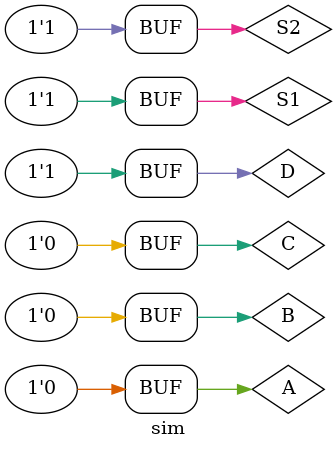
<source format=v>
`timescale 1ns / 1ps


module sim();
    reg A,B,C,D,S1,S2;
    wire OUT;
    mux U1(A,B,C,D,S1,S2,OUT);
    initial
    begin
        D = 1'b0;
        C = 1'b0;
        B = 1'b0;
        A = 1'b1;
        S1 = 1'b0;
        S2 = 1'b0;
        #100
        D = 1'b0;
        C = 1'b0;
        B = 1'b1;
        A = 1'b0;
        S1 = 1'b1;
        S2 = 1'b0;
        #100
        D = 1'b0;
        C = 1'b1;
        B = 1'b0;
        A = 1'b0;
        S1 = 1'b0;
        S2 = 1'b1;
        #100
        D = 1'b1;
        C = 1'b0;
        B = 1'b0;
        A = 1'b0;
        S1 = 1'b1;
        S2 = 1'b1;
    end
endmodule

</source>
